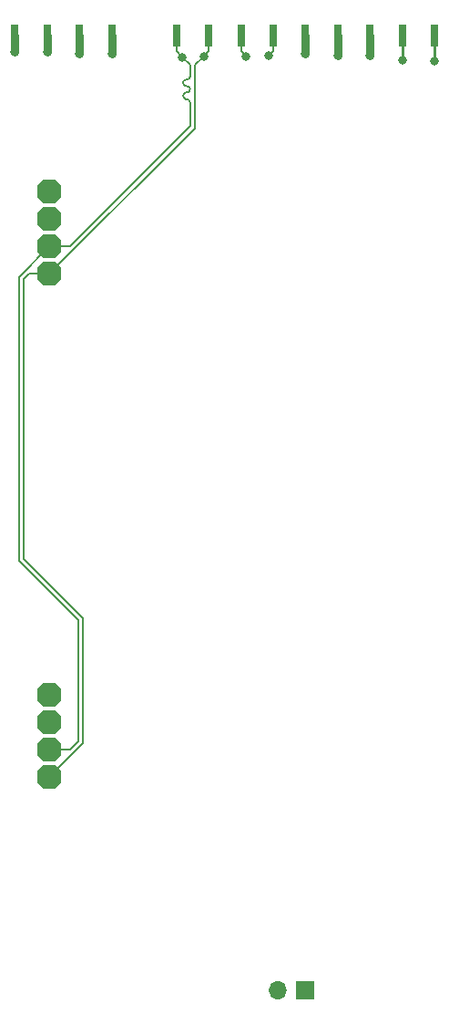
<source format=gbr>
%TF.GenerationSoftware,KiCad,Pcbnew,(5.99.0-12980-gcf6acae791)*%
%TF.CreationDate,2022-01-08T17:20:55+01:00*%
%TF.ProjectId,GRIPPER_TWO_ADVANCED_CONECTION_BOARD,47524950-5045-4525-9f54-574f5f414456,rev?*%
%TF.SameCoordinates,Original*%
%TF.FileFunction,Copper,L2,Bot*%
%TF.FilePolarity,Positive*%
%FSLAX46Y46*%
G04 Gerber Fmt 4.6, Leading zero omitted, Abs format (unit mm)*
G04 Created by KiCad (PCBNEW (5.99.0-12980-gcf6acae791)) date 2022-01-08 17:20:55*
%MOMM*%
%LPD*%
G01*
G04 APERTURE LIST*
G04 Aperture macros list*
%AMOutline5P*
0 Free polygon, 5 corners , with rotation*
0 The origin of the aperture is its center*
0 number of corners: always 5*
0 $1 to $10 corner X, Y*
0 $11 Rotation angle, in degrees counterclockwise*
0 create outline with 5 corners*
4,1,5,$1,$2,$3,$4,$5,$6,$7,$8,$9,$10,$1,$2,$11*%
%AMOutline6P*
0 Free polygon, 6 corners , with rotation*
0 The origin of the aperture is its center*
0 number of corners: always 6*
0 $1 to $12 corner X, Y*
0 $13 Rotation angle, in degrees counterclockwise*
0 create outline with 6 corners*
4,1,6,$1,$2,$3,$4,$5,$6,$7,$8,$9,$10,$11,$12,$1,$2,$13*%
%AMOutline7P*
0 Free polygon, 7 corners , with rotation*
0 The origin of the aperture is its center*
0 number of corners: always 7*
0 $1 to $14 corner X, Y*
0 $15 Rotation angle, in degrees counterclockwise*
0 create outline with 7 corners*
4,1,7,$1,$2,$3,$4,$5,$6,$7,$8,$9,$10,$11,$12,$13,$14,$1,$2,$15*%
%AMOutline8P*
0 Free polygon, 8 corners , with rotation*
0 The origin of the aperture is its center*
0 number of corners: always 8*
0 $1 to $16 corner X, Y*
0 $17 Rotation angle, in degrees counterclockwise*
0 create outline with 8 corners*
4,1,8,$1,$2,$3,$4,$5,$6,$7,$8,$9,$10,$11,$12,$13,$14,$15,$16,$1,$2,$17*%
G04 Aperture macros list end*
%TA.AperFunction,SMDPad,CuDef*%
%ADD10R,0.800000X2.000000*%
%TD*%
%TA.AperFunction,ComponentPad*%
%ADD11R,1.700000X1.700000*%
%TD*%
%TA.AperFunction,ComponentPad*%
%ADD12O,1.700000X1.700000*%
%TD*%
%TA.AperFunction,ComponentPad*%
%ADD13Outline8P,-1.079500X0.539750X-0.539750X1.079500X0.539750X1.079500X1.079500X0.539750X1.079500X-0.539750X0.539750X-1.079500X-0.539750X-1.079500X-1.079500X-0.539750X0.000000*%
%TD*%
%TA.AperFunction,ViaPad*%
%ADD14C,0.800000*%
%TD*%
%TA.AperFunction,Conductor*%
%ADD15C,0.800000*%
%TD*%
%TA.AperFunction,Conductor*%
%ADD16C,0.200000*%
%TD*%
%TA.AperFunction,Conductor*%
%ADD17C,1.270000*%
%TD*%
%TA.AperFunction,Conductor*%
%ADD18C,0.250000*%
%TD*%
G04 APERTURE END LIST*
D10*
%TO.P,MOTOR_2,2,P*%
%TO.N,/MOTOR_2*%
X151300000Y-60300000D03*
%TD*%
D11*
%TO.P,J1,1,Pin_1*%
%TO.N,/RX*%
X169275000Y-149000000D03*
D12*
%TO.P,J1,2,Pin_2*%
%TO.N,/TX*%
X166735000Y-149000000D03*
%TD*%
D13*
%TO.P,LSP16,MP,MP*%
%TO.N,/RS485-*%
X145502000Y-126659900D03*
%TD*%
D10*
%TO.P,12V1,2,P*%
%TO.N,/12V*%
X172300000Y-60300000D03*
%TD*%
%TO.P,RS485-1,2,P*%
%TO.N,/RS485-*%
X157300000Y-60300000D03*
%TD*%
%TO.P,MOTOR_1,2,P*%
%TO.N,/MOTOR_1*%
X148300000Y-60300000D03*
%TD*%
%TO.P,RS485+1,2,P*%
%TO.N,/RS485+*%
X160300000Y-60300000D03*
%TD*%
D13*
%TO.P,LSP15,MP,MP*%
%TO.N,/RS485+*%
X145502000Y-82463900D03*
%TD*%
%TO.P,LSP10,MP,MP*%
%TO.N,/MOTOR_1*%
X145502000Y-77383900D03*
%TD*%
D10*
%TO.P,RX1,2,P*%
%TO.N,/RX*%
X181300000Y-60300000D03*
%TD*%
D13*
%TO.P,LSP14,MP,MP*%
%TO.N,/MOTOR_2*%
X145502000Y-124119900D03*
%TD*%
%TO.P,LSP13,MP,MP*%
%TO.N,GNDPWR*%
X145502000Y-121579900D03*
%TD*%
%TO.P,LSP11,MP,MP*%
%TO.N,/RS485+*%
X145502000Y-129199900D03*
%TD*%
D10*
%TO.P,CAN_L1,2,P*%
%TO.N,/CAN-*%
X163300000Y-60300000D03*
%TD*%
%TO.P,PGND1,2,P*%
%TO.N,GNDPWR*%
X145300000Y-60300000D03*
%TD*%
%TO.P,CAN_H1,2,P*%
%TO.N,/CAN+*%
X166300000Y-60300000D03*
%TD*%
D13*
%TO.P,LSP12,MP,MP*%
%TO.N,/RS485-*%
X145502000Y-79923900D03*
%TD*%
D10*
%TO.P,12V_GND1,2,P*%
%TO.N,/GND*%
X169300000Y-60300000D03*
%TD*%
%TO.P,TX1,2,P*%
%TO.N,/TX*%
X178300000Y-60300000D03*
%TD*%
%TO.P,24V1,2,P*%
%TO.N,/24V*%
X142300000Y-60300000D03*
%TD*%
D13*
%TO.P,LSP9,MP,MP*%
%TO.N,GNDPWR*%
X145502000Y-74843900D03*
%TD*%
D10*
%TO.P,SAFETY1,2,P*%
%TO.N,/SAFETY*%
X175300000Y-60300000D03*
%TD*%
D14*
%TO.N,/12V*%
X172300000Y-62200000D03*
%TO.N,/CAN+*%
X165902501Y-62202501D03*
%TO.N,/CAN-*%
X163747500Y-62252500D03*
%TO.N,/RS485+*%
X159852500Y-62252500D03*
%TO.N,/RS485-*%
X157847499Y-62352501D03*
%TO.N,/MOTOR_1*%
X148300000Y-62000000D03*
%TO.N,/MOTOR_2*%
X151300000Y-62000000D03*
%TO.N,/24V*%
X142300000Y-61900000D03*
%TO.N,/SAFETY*%
X175300000Y-62200000D03*
%TO.N,/TX*%
X178300000Y-62600000D03*
%TO.N,/RX*%
X181300000Y-62700000D03*
%TO.N,/GND*%
X169300000Y-62000000D03*
%TO.N,GNDPWR*%
X145300000Y-61900000D03*
%TD*%
D15*
%TO.N,/12V*%
X172300000Y-62200000D02*
X172300000Y-60300000D01*
D16*
%TO.N,/CAN+*%
X166300000Y-61800000D02*
X166300000Y-60300000D01*
X165902501Y-62197499D02*
X166300000Y-61800000D01*
X165902501Y-62202501D02*
X165902501Y-62197499D01*
%TO.N,/CAN-*%
X163300000Y-61800000D02*
X163300000Y-60300000D01*
X163747500Y-62252500D02*
X163747500Y-62247500D01*
X163747500Y-62247500D02*
X163300000Y-61800000D01*
%TO.N,/RS485+*%
X160300000Y-61805001D02*
X159852500Y-62252500D01*
X143125000Y-108906800D02*
X148625000Y-114406800D01*
X160300000Y-59900000D02*
X160300000Y-61805001D01*
X143125000Y-82937297D02*
X143125000Y-108906800D01*
X159852500Y-62252500D02*
X159025000Y-63080001D01*
X148625000Y-126076900D02*
X145502000Y-129199900D01*
X159025000Y-68940900D02*
X145502000Y-82463900D01*
X148625000Y-114406800D02*
X148625000Y-126076900D01*
X159025000Y-63080001D02*
X159025000Y-68940900D01*
X145502000Y-82463900D02*
X143598397Y-82463900D01*
X143598397Y-82463900D02*
X143125000Y-82937297D01*
%TO.N,/RS485-*%
X148175000Y-114593200D02*
X148175000Y-125890503D01*
X158575000Y-66525000D02*
X158575000Y-66575000D01*
X145502000Y-79923900D02*
X142675000Y-82750900D01*
X147405603Y-79923900D02*
X145502000Y-79923900D01*
X147405603Y-126659900D02*
X145502000Y-126659900D01*
X148175000Y-125890503D02*
X147405603Y-126659900D01*
X158214761Y-65025000D02*
X158275000Y-65025000D01*
X158214761Y-66225000D02*
X158275000Y-66225000D01*
X158575000Y-66575000D02*
X158575000Y-68754503D01*
X158275000Y-64425000D02*
X158214761Y-64425000D01*
X158575000Y-68754503D02*
X147405603Y-79923900D01*
X157847499Y-62352501D02*
X158575000Y-63080001D01*
X157300000Y-59900000D02*
X157300000Y-61805001D01*
X157300000Y-61805001D02*
X157847499Y-62352501D01*
X158275000Y-65625000D02*
X158214761Y-65625000D01*
X142675000Y-82750900D02*
X142675000Y-109093200D01*
X158575000Y-63080001D02*
X158575000Y-64125000D01*
X142675000Y-109093200D02*
X148175000Y-114593200D01*
X158275000Y-64425000D02*
G75*
G03*
X158575000Y-64125000I0J300000D01*
G01*
X158575000Y-66525000D02*
G75*
G03*
X158275000Y-66225000I-300000J0D01*
G01*
X158575000Y-65325000D02*
G75*
G03*
X158275000Y-65025000I-300000J0D01*
G01*
X158275000Y-65625000D02*
G75*
G03*
X158575000Y-65325000I0J300000D01*
G01*
X157914761Y-65925000D02*
G75*
G02*
X158214761Y-65625000I300000J0D01*
G01*
X157914761Y-64725000D02*
G75*
G02*
X158214761Y-64425000I300000J0D01*
G01*
X158214761Y-66225000D02*
G75*
G02*
X157914761Y-65925000I0J300000D01*
G01*
X158214761Y-65025000D02*
G75*
G02*
X157914761Y-64725000I0J300000D01*
G01*
D17*
%TO.N,/MOTOR_1*%
X145694122Y-77383900D02*
X145552800Y-77383900D01*
D15*
X148300000Y-62000000D02*
X148300000Y-60300000D01*
%TO.N,/MOTOR_2*%
X151300000Y-60300000D02*
X151300000Y-62000000D01*
%TO.N,/24V*%
X142300000Y-60300000D02*
X142300000Y-61900000D01*
%TO.N,/SAFETY*%
X175300000Y-62200000D02*
X175300000Y-60300000D01*
D18*
%TO.N,/TX*%
X178300000Y-62600000D02*
X178300000Y-60300000D01*
%TO.N,/RX*%
X181300000Y-62700000D02*
X181300000Y-60300000D01*
D15*
%TO.N,/GND*%
X169300000Y-60300000D02*
X169300000Y-62000000D01*
%TO.N,GNDPWR*%
X145300000Y-60300000D02*
X145300000Y-61900000D01*
%TD*%
M02*

</source>
